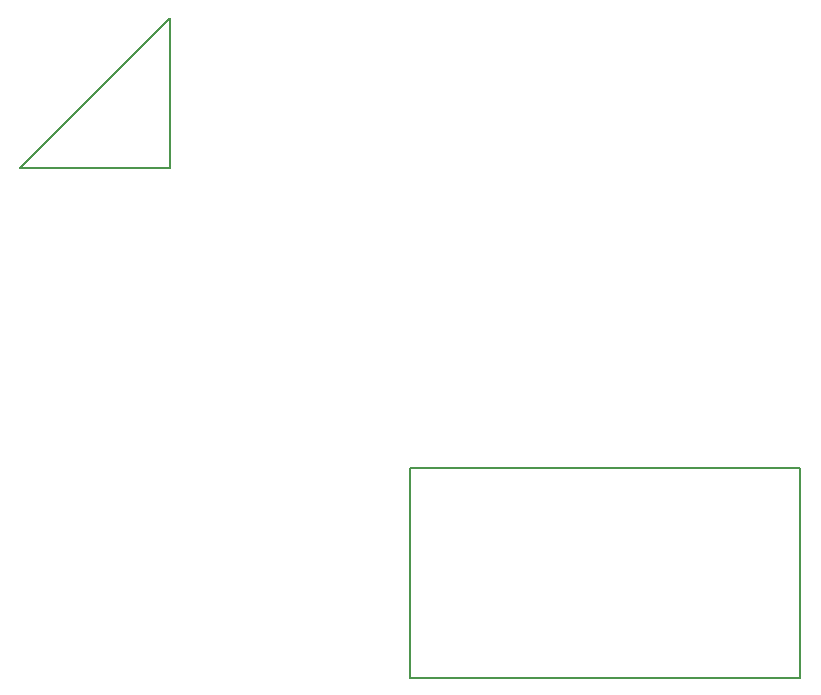
<source format=gbr>
G04 #@! TF.FileFunction,Profile,NP*
%FSLAX46Y46*%
G04 Gerber Fmt 4.6, Leading zero omitted, Abs format (unit mm)*
G04 Created by KiCad (PCBNEW 4.0.7+dfsg1-1) date Sun Jan 20 10:45:54 2019*
%MOMM*%
%LPD*%
G01*
G04 APERTURE LIST*
%ADD10C,0.100000*%
%ADD11C,0.150000*%
G04 APERTURE END LIST*
D10*
D11*
X139700000Y-101600000D02*
X172720000Y-101600000D01*
X119380000Y-76200000D02*
X106680000Y-76200000D01*
X119380000Y-63500000D02*
X119380000Y-76200000D01*
X106680000Y-76200000D02*
X119380000Y-63500000D01*
X139700000Y-119380000D02*
X139700000Y-101600000D01*
X172720000Y-119380000D02*
X139700000Y-119380000D01*
X172720000Y-101600000D02*
X172720000Y-119380000D01*
M02*

</source>
